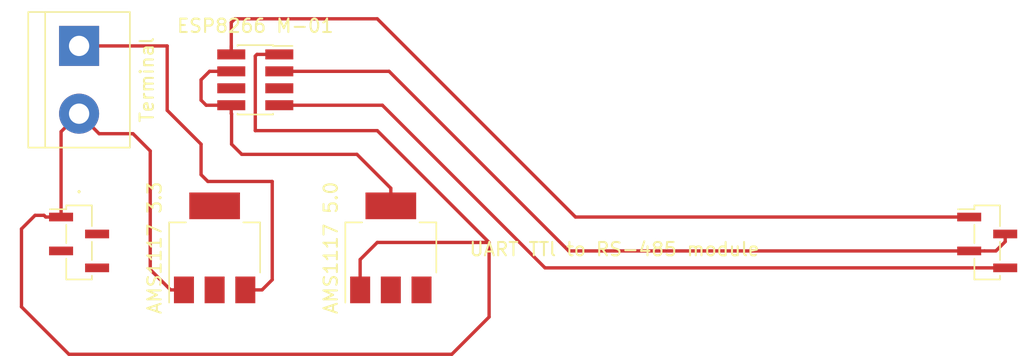
<source format=kicad_pcb>
(kicad_pcb (version 20171130) (host pcbnew "(5.1.4)-1")

  (general
    (thickness 1.6)
    (drawings 0)
    (tracks 62)
    (zones 0)
    (modules 6)
    (nets 1)
  )

  (page A4)
  (layers
    (0 F.Cu signal)
    (31 B.Cu signal)
    (32 B.Adhes user)
    (33 F.Adhes user)
    (34 B.Paste user)
    (35 F.Paste user)
    (36 B.SilkS user)
    (37 F.SilkS user)
    (38 B.Mask user)
    (39 F.Mask user)
    (40 Dwgs.User user)
    (41 Cmts.User user)
    (42 Eco1.User user)
    (43 Eco2.User user)
    (44 Edge.Cuts user)
    (45 Margin user)
    (46 B.CrtYd user)
    (47 F.CrtYd user)
    (48 B.Fab user)
    (49 F.Fab user)
  )

  (setup
    (last_trace_width 0.25)
    (trace_clearance 0.2)
    (zone_clearance 0.508)
    (zone_45_only no)
    (trace_min 0.2)
    (via_size 0.8)
    (via_drill 0.4)
    (via_min_size 0.4)
    (via_min_drill 0.3)
    (uvia_size 0.3)
    (uvia_drill 0.1)
    (uvias_allowed no)
    (uvia_min_size 0.2)
    (uvia_min_drill 0.1)
    (edge_width 0.05)
    (segment_width 0.2)
    (pcb_text_width 0.3)
    (pcb_text_size 1.5 1.5)
    (mod_edge_width 0.12)
    (mod_text_size 1 1)
    (mod_text_width 0.15)
    (pad_size 1.524 1.524)
    (pad_drill 0.762)
    (pad_to_mask_clearance 0.051)
    (solder_mask_min_width 0.25)
    (aux_axis_origin 0 0)
    (visible_elements FFFFFF7F)
    (pcbplotparams
      (layerselection 0x010fc_ffffffff)
      (usegerberextensions false)
      (usegerberattributes false)
      (usegerberadvancedattributes false)
      (creategerberjobfile false)
      (excludeedgelayer true)
      (linewidth 0.100000)
      (plotframeref false)
      (viasonmask false)
      (mode 1)
      (useauxorigin false)
      (hpglpennumber 1)
      (hpglpenspeed 20)
      (hpglpendiameter 15.000000)
      (psnegative false)
      (psa4output false)
      (plotreference true)
      (plotvalue true)
      (plotinvisibletext false)
      (padsonsilk false)
      (subtractmaskfromsilk false)
      (outputformat 1)
      (mirror false)
      (drillshape 1)
      (scaleselection 1)
      (outputdirectory ""))
  )

  (net 0 "")

  (net_class Default "Это класс цепей по умолчанию."
    (clearance 0.2)
    (trace_width 0.25)
    (via_dia 0.8)
    (via_drill 0.4)
    (uvia_dia 0.3)
    (uvia_drill 0.1)
  )

  (module Connector_PinSocket_1.27mm:PinSocket_1x04_P1.27mm_Vertical_SMD_Pin1Left (layer F.Cu) (tedit 5A19A433) (tstamp 5E13D2F3)
    (at 86.36 30.48)
    (descr "surface-mounted straight socket strip, 1x04, 1.27mm pitch, single row, style 1 (pin 1 left) (https://gct.co/pdfjs/web/viewer.html?file=/Files/Drawings/BD075.pdf&t=1511594726925), script generated")
    (tags "Surface mounted socket strip SMD 1x04 1.27mm single row style1 pin1 left")
    (attr smd)
    (fp_text reference "UART TTl to RS-485 module" (at -27.94 0.508) (layer F.SilkS)
      (effects (font (size 1 1) (thickness 0.15)))
    )
    (fp_text value . (at 0 4.215) (layer F.Fab)
      (effects (font (size 1 1) (thickness 0.15)))
    )
    (fp_line (start -0.96 -2.775) (end 0.96 -2.775) (layer F.SilkS) (width 0.12))
    (fp_line (start 0.96 -2.775) (end 0.96 -1.22) (layer F.SilkS) (width 0.12))
    (fp_line (start 0.96 -0.05) (end 0.96 1.32) (layer F.SilkS) (width 0.12))
    (fp_line (start 0.96 2.49) (end 0.96 2.775) (layer F.SilkS) (width 0.12))
    (fp_line (start -0.96 2.775) (end 0.96 2.775) (layer F.SilkS) (width 0.12))
    (fp_line (start -0.96 -2.775) (end -0.96 -2.49) (layer F.SilkS) (width 0.12))
    (fp_line (start -0.96 -1.32) (end -0.96 0.05) (layer F.SilkS) (width 0.12))
    (fp_line (start -0.96 1.22) (end -0.96 2.775) (layer F.SilkS) (width 0.12))
    (fp_line (start -2.19 -2.49) (end -0.96 -2.49) (layer F.SilkS) (width 0.12))
    (fp_line (start -0.45 -2.715) (end 0.9 -2.715) (layer F.Fab) (width 0.1))
    (fp_line (start 0.9 -2.715) (end 0.9 2.715) (layer F.Fab) (width 0.1))
    (fp_line (start 0.9 2.715) (end -0.9 2.715) (layer F.Fab) (width 0.1))
    (fp_line (start -0.9 2.715) (end -0.9 -2.265) (layer F.Fab) (width 0.1))
    (fp_line (start -0.9 -2.265) (end -0.45 -2.715) (layer F.Fab) (width 0.1))
    (fp_line (start -1.75 -2.115) (end -0.9 -2.115) (layer F.Fab) (width 0.1))
    (fp_line (start -0.9 -1.695) (end -1.75 -1.695) (layer F.Fab) (width 0.1))
    (fp_line (start -1.75 -1.695) (end -1.75 -2.115) (layer F.Fab) (width 0.1))
    (fp_line (start 0.9 -0.845) (end 1.75 -0.845) (layer F.Fab) (width 0.1))
    (fp_line (start 1.75 -0.845) (end 1.75 -0.425) (layer F.Fab) (width 0.1))
    (fp_line (start 1.75 -0.425) (end 0.9 -0.425) (layer F.Fab) (width 0.1))
    (fp_line (start -1.75 0.425) (end -0.9 0.425) (layer F.Fab) (width 0.1))
    (fp_line (start -0.9 0.845) (end -1.75 0.845) (layer F.Fab) (width 0.1))
    (fp_line (start -1.75 0.845) (end -1.75 0.425) (layer F.Fab) (width 0.1))
    (fp_line (start 0.9 1.695) (end 1.75 1.695) (layer F.Fab) (width 0.1))
    (fp_line (start 1.75 1.695) (end 1.75 2.115) (layer F.Fab) (width 0.1))
    (fp_line (start 1.75 2.115) (end 0.9 2.115) (layer F.Fab) (width 0.1))
    (fp_line (start -2.75 -3.25) (end 2.75 -3.25) (layer F.CrtYd) (width 0.05))
    (fp_line (start 2.75 -3.25) (end 2.75 3.2) (layer F.CrtYd) (width 0.05))
    (fp_line (start 2.75 3.2) (end -2.75 3.2) (layer F.CrtYd) (width 0.05))
    (fp_line (start -2.75 3.2) (end -2.75 -3.25) (layer F.CrtYd) (width 0.05))
    (fp_text user . (at 0 0 90) (layer F.Fab)
      (effects (font (size 1 1) (thickness 0.15)))
    )
    (pad 1 smd rect (at -1.35 -1.905) (size 1.8 0.65) (layers F.Cu F.Paste F.Mask))
    (pad 3 smd rect (at -1.35 0.635) (size 1.8 0.65) (layers F.Cu F.Paste F.Mask))
    (pad 2 smd rect (at 1.35 -0.635) (size 1.8 0.65) (layers F.Cu F.Paste F.Mask))
    (pad 4 smd rect (at 1.35 1.905) (size 1.8 0.65) (layers F.Cu F.Paste F.Mask))
    (model ${KISYS3DMOD}/Connector_PinSocket_1.27mm.3dshapes/PinSocket_1x04_P1.27mm_Vertical_SMD_Pin1Left.wrl
      (at (xyz 0 0 0))
      (scale (xyz 1 1 1))
      (rotate (xyz 0 0 0))
    )
  )

  (module TerminalBlock:TerminalBlock_bornier-2_P5.08mm (layer F.Cu) (tedit 59FF03AB) (tstamp 5E13C851)
    (at 18.288 15.748 270)
    (descr "simple 2-pin terminal block, pitch 5.08mm, revamped version of bornier2")
    (tags "terminal block bornier2")
    (fp_text reference Terminal (at 2.54 -5.08 90) (layer F.SilkS)
      (effects (font (size 1 1) (thickness 0.15)))
    )
    (fp_text value . (at 2.54 5.08 90) (layer F.Fab)
      (effects (font (size 1 1) (thickness 0.15)))
    )
    (fp_line (start 7.79 4) (end -2.71 4) (layer F.CrtYd) (width 0.05))
    (fp_line (start 7.79 4) (end 7.79 -4) (layer F.CrtYd) (width 0.05))
    (fp_line (start -2.71 -4) (end -2.71 4) (layer F.CrtYd) (width 0.05))
    (fp_line (start -2.71 -4) (end 7.79 -4) (layer F.CrtYd) (width 0.05))
    (fp_line (start -2.54 3.81) (end 7.62 3.81) (layer F.SilkS) (width 0.12))
    (fp_line (start -2.54 -3.81) (end -2.54 3.81) (layer F.SilkS) (width 0.12))
    (fp_line (start 7.62 -3.81) (end -2.54 -3.81) (layer F.SilkS) (width 0.12))
    (fp_line (start 7.62 3.81) (end 7.62 -3.81) (layer F.SilkS) (width 0.12))
    (fp_line (start 7.62 2.54) (end -2.54 2.54) (layer F.SilkS) (width 0.12))
    (fp_line (start 7.54 -3.75) (end -2.46 -3.75) (layer F.Fab) (width 0.1))
    (fp_line (start 7.54 3.75) (end 7.54 -3.75) (layer F.Fab) (width 0.1))
    (fp_line (start -2.46 3.75) (end 7.54 3.75) (layer F.Fab) (width 0.1))
    (fp_line (start -2.46 -3.75) (end -2.46 3.75) (layer F.Fab) (width 0.1))
    (fp_line (start -2.41 2.55) (end 7.49 2.55) (layer F.Fab) (width 0.1))
    (fp_text user %R (at 2.54 0 90) (layer F.Fab)
      (effects (font (size 1 1) (thickness 0.15)))
    )
    (pad 2 thru_hole circle (at 5.08 0 270) (size 3 3) (drill 1.52) (layers *.Cu *.Mask))
    (pad 1 thru_hole rect (at 0 0 270) (size 3 3) (drill 1.52) (layers *.Cu *.Mask))
    (model ${KISYS3DMOD}/TerminalBlock.3dshapes/TerminalBlock_bornier-2_P5.08mm.wrl
      (offset (xyz 2.539999961853027 0 0))
      (scale (xyz 1 1 1))
      (rotate (xyz 0 0 0))
    )
  )

  (module Connector_PinSocket_1.27mm:PinSocket_1x04_P1.27mm_Vertical_SMD_Pin1Left (layer F.Cu) (tedit 5A19A433) (tstamp 5E13C132)
    (at 18.288 30.48)
    (descr "surface-mounted straight socket strip, 1x04, 1.27mm pitch, single row, style 1 (pin 1 left) (https://gct.co/pdfjs/web/viewer.html?file=/Files/Drawings/BD075.pdf&t=1511594726925), script generated")
    (tags "Surface mounted socket strip SMD 1x04 1.27mm single row style1 pin1 left")
    (attr smd)
    (fp_text reference . (at 0 -4.215) (layer F.SilkS)
      (effects (font (size 1 1) (thickness 0.15)))
    )
    (fp_text value . (at 0 4.215) (layer F.Fab)
      (effects (font (size 1 1) (thickness 0.15)))
    )
    (fp_text user %R (at 0 0 90) (layer F.Fab)
      (effects (font (size 1 1) (thickness 0.15)))
    )
    (fp_line (start -2.75 3.2) (end -2.75 -3.25) (layer F.CrtYd) (width 0.05))
    (fp_line (start 2.75 3.2) (end -2.75 3.2) (layer F.CrtYd) (width 0.05))
    (fp_line (start 2.75 -3.25) (end 2.75 3.2) (layer F.CrtYd) (width 0.05))
    (fp_line (start -2.75 -3.25) (end 2.75 -3.25) (layer F.CrtYd) (width 0.05))
    (fp_line (start 1.75 2.115) (end 0.9 2.115) (layer F.Fab) (width 0.1))
    (fp_line (start 1.75 1.695) (end 1.75 2.115) (layer F.Fab) (width 0.1))
    (fp_line (start 0.9 1.695) (end 1.75 1.695) (layer F.Fab) (width 0.1))
    (fp_line (start -1.75 0.845) (end -1.75 0.425) (layer F.Fab) (width 0.1))
    (fp_line (start -0.9 0.845) (end -1.75 0.845) (layer F.Fab) (width 0.1))
    (fp_line (start -1.75 0.425) (end -0.9 0.425) (layer F.Fab) (width 0.1))
    (fp_line (start 1.75 -0.425) (end 0.9 -0.425) (layer F.Fab) (width 0.1))
    (fp_line (start 1.75 -0.845) (end 1.75 -0.425) (layer F.Fab) (width 0.1))
    (fp_line (start 0.9 -0.845) (end 1.75 -0.845) (layer F.Fab) (width 0.1))
    (fp_line (start -1.75 -1.695) (end -1.75 -2.115) (layer F.Fab) (width 0.1))
    (fp_line (start -0.9 -1.695) (end -1.75 -1.695) (layer F.Fab) (width 0.1))
    (fp_line (start -1.75 -2.115) (end -0.9 -2.115) (layer F.Fab) (width 0.1))
    (fp_line (start -0.9 -2.265) (end -0.45 -2.715) (layer F.Fab) (width 0.1))
    (fp_line (start -0.9 2.715) (end -0.9 -2.265) (layer F.Fab) (width 0.1))
    (fp_line (start 0.9 2.715) (end -0.9 2.715) (layer F.Fab) (width 0.1))
    (fp_line (start 0.9 -2.715) (end 0.9 2.715) (layer F.Fab) (width 0.1))
    (fp_line (start -0.45 -2.715) (end 0.9 -2.715) (layer F.Fab) (width 0.1))
    (fp_line (start -2.19 -2.49) (end -0.96 -2.49) (layer F.SilkS) (width 0.12))
    (fp_line (start -0.96 1.22) (end -0.96 2.775) (layer F.SilkS) (width 0.12))
    (fp_line (start -0.96 -1.32) (end -0.96 0.05) (layer F.SilkS) (width 0.12))
    (fp_line (start -0.96 -2.775) (end -0.96 -2.49) (layer F.SilkS) (width 0.12))
    (fp_line (start -0.96 2.775) (end 0.96 2.775) (layer F.SilkS) (width 0.12))
    (fp_line (start 0.96 2.49) (end 0.96 2.775) (layer F.SilkS) (width 0.12))
    (fp_line (start 0.96 -0.05) (end 0.96 1.32) (layer F.SilkS) (width 0.12))
    (fp_line (start 0.96 -2.775) (end 0.96 -1.22) (layer F.SilkS) (width 0.12))
    (fp_line (start -0.96 -2.775) (end 0.96 -2.775) (layer F.SilkS) (width 0.12))
    (pad 4 smd rect (at 1.35 1.905) (size 1.8 0.65) (layers F.Cu F.Paste F.Mask))
    (pad 2 smd rect (at 1.35 -0.635) (size 1.8 0.65) (layers F.Cu F.Paste F.Mask))
    (pad 3 smd rect (at -1.35 0.635) (size 1.8 0.65) (layers F.Cu F.Paste F.Mask))
    (pad 1 smd rect (at -1.35 -1.905) (size 1.8 0.65) (layers F.Cu F.Paste F.Mask))
    (model ${KISYS3DMOD}/Connector_PinSocket_1.27mm.3dshapes/PinSocket_1x04_P1.27mm_Vertical_SMD_Pin1Left.wrl
      (at (xyz 0 0 0))
      (scale (xyz 1 1 1))
      (rotate (xyz 0 0 0))
    )
  )

  (module Connector_PinSocket_1.27mm:PinSocket_2x04_P1.27mm_Vertical_SMD (layer F.Cu) (tedit 5A19A41C) (tstamp 5E13BD5D)
    (at 31.496 18.288)
    (descr "surface-mounted straight socket strip, 2x04, 1.27mm pitch, double cols (from Kicad 4.0.7!), script generated")
    (tags "Surface mounted socket strip SMD 2x04 1.27mm double row")
    (attr smd)
    (fp_text reference "ESP8266 M-01" (at 0 -4.04) (layer F.SilkS)
      (effects (font (size 1 1) (thickness 0.15)))
    )
    (fp_text value . (at 0 4.04) (layer F.Fab)
      (effects (font (size 1 1) (thickness 0.15)))
    )
    (fp_text user %R (at 0 0 90) (layer F.Fab)
      (effects (font (size 1 1) (thickness 0.15)))
    )
    (fp_line (start -3.35 3.05) (end -3.35 -3.05) (layer F.CrtYd) (width 0.05))
    (fp_line (start 3.35 3.05) (end -3.35 3.05) (layer F.CrtYd) (width 0.05))
    (fp_line (start 3.35 -3.05) (end 3.35 3.05) (layer F.CrtYd) (width 0.05))
    (fp_line (start -3.35 -3.05) (end 3.35 -3.05) (layer F.CrtYd) (width 0.05))
    (fp_line (start 2.555 2.105) (end 1.27 2.105) (layer F.Fab) (width 0.1))
    (fp_line (start 2.555 1.705) (end 2.555 2.105) (layer F.Fab) (width 0.1))
    (fp_line (start 1.27 1.705) (end 2.555 1.705) (layer F.Fab) (width 0.1))
    (fp_line (start -2.555 2.105) (end -2.555 1.705) (layer F.Fab) (width 0.1))
    (fp_line (start -1.27 2.105) (end -2.555 2.105) (layer F.Fab) (width 0.1))
    (fp_line (start -2.555 1.705) (end -1.27 1.705) (layer F.Fab) (width 0.1))
    (fp_line (start 2.555 0.835) (end 1.27 0.835) (layer F.Fab) (width 0.1))
    (fp_line (start 2.555 0.435) (end 2.555 0.835) (layer F.Fab) (width 0.1))
    (fp_line (start 1.27 0.435) (end 2.555 0.435) (layer F.Fab) (width 0.1))
    (fp_line (start -2.555 0.835) (end -2.555 0.435) (layer F.Fab) (width 0.1))
    (fp_line (start -1.27 0.835) (end -2.555 0.835) (layer F.Fab) (width 0.1))
    (fp_line (start -2.555 0.435) (end -1.27 0.435) (layer F.Fab) (width 0.1))
    (fp_line (start 2.555 -0.435) (end 1.27 -0.435) (layer F.Fab) (width 0.1))
    (fp_line (start 2.555 -0.835) (end 2.555 -0.435) (layer F.Fab) (width 0.1))
    (fp_line (start 1.27 -0.835) (end 2.555 -0.835) (layer F.Fab) (width 0.1))
    (fp_line (start -2.555 -0.435) (end -2.555 -0.835) (layer F.Fab) (width 0.1))
    (fp_line (start -1.27 -0.435) (end -2.555 -0.435) (layer F.Fab) (width 0.1))
    (fp_line (start -2.555 -0.835) (end -1.27 -0.835) (layer F.Fab) (width 0.1))
    (fp_line (start 2.555 -1.705) (end 1.27 -1.705) (layer F.Fab) (width 0.1))
    (fp_line (start 2.555 -2.105) (end 2.555 -1.705) (layer F.Fab) (width 0.1))
    (fp_line (start 1.27 -2.105) (end 2.555 -2.105) (layer F.Fab) (width 0.1))
    (fp_line (start -2.555 -1.705) (end -2.555 -2.105) (layer F.Fab) (width 0.1))
    (fp_line (start -1.27 -1.705) (end -2.555 -1.705) (layer F.Fab) (width 0.1))
    (fp_line (start -2.555 -2.105) (end -1.27 -2.105) (layer F.Fab) (width 0.1))
    (fp_line (start -1.27 2.54) (end -1.27 -2.54) (layer F.Fab) (width 0.1))
    (fp_line (start 1.27 2.54) (end -1.27 2.54) (layer F.Fab) (width 0.1))
    (fp_line (start 1.27 -1.905) (end 1.27 2.54) (layer F.Fab) (width 0.1))
    (fp_line (start 0.635 -2.54) (end 1.27 -1.905) (layer F.Fab) (width 0.1))
    (fp_line (start -1.27 -2.54) (end 0.635 -2.54) (layer F.Fab) (width 0.1))
    (fp_line (start 1.33 -2.54) (end 2.79 -2.54) (layer F.SilkS) (width 0.12))
    (fp_line (start -1.33 2.54) (end -1.33 2.6) (layer F.SilkS) (width 0.12))
    (fp_line (start -1.33 -2.6) (end -1.33 -2.54) (layer F.SilkS) (width 0.12))
    (fp_line (start -1.33 2.6) (end 1.33 2.6) (layer F.SilkS) (width 0.12))
    (fp_line (start 1.33 2.54) (end 1.33 2.6) (layer F.SilkS) (width 0.12))
    (fp_line (start 1.33 -2.6) (end 1.33 -2.54) (layer F.SilkS) (width 0.12))
    (fp_line (start -1.33 -2.6) (end 1.33 -2.6) (layer F.SilkS) (width 0.12))
    (pad 8 smd rect (at -1.8 1.905) (size 2.1 0.75) (layers F.Cu F.Paste F.Mask))
    (pad 7 smd rect (at 1.8 1.905) (size 2.1 0.75) (layers F.Cu F.Paste F.Mask))
    (pad 6 smd rect (at -1.8 0.635) (size 2.1 0.75) (layers F.Cu F.Paste F.Mask))
    (pad 5 smd rect (at 1.8 0.635) (size 2.1 0.75) (layers F.Cu F.Paste F.Mask))
    (pad 4 smd rect (at -1.8 -0.635) (size 2.1 0.75) (layers F.Cu F.Paste F.Mask))
    (pad 3 smd rect (at 1.8 -0.635) (size 2.1 0.75) (layers F.Cu F.Paste F.Mask))
    (pad 2 smd rect (at -1.8 -1.905) (size 2.1 0.75) (layers F.Cu F.Paste F.Mask))
    (pad 1 smd rect (at 1.8 -1.905) (size 2.1 0.75) (layers F.Cu F.Paste F.Mask))
    (model ${KISYS3DMOD}/Connector_PinSocket_1.27mm.3dshapes/PinSocket_2x04_P1.27mm_Vertical_SMD.wrl
      (at (xyz 0 0 0))
      (scale (xyz 1 1 1))
      (rotate (xyz 0 0 0))
    )
  )

  (module Package_TO_SOT_SMD:SOT-223 (layer F.Cu) (tedit 5A02FF57) (tstamp 5E1382CF)
    (at 41.656 30.886 90)
    (descr "module CMS SOT223 4 pins")
    (tags "CMS SOT")
    (attr smd)
    (fp_text reference "AMS1117 5.0" (at 0 -4.5 90) (layer F.SilkS)
      (effects (font (size 1 1) (thickness 0.15)))
    )
    (fp_text value SOT-223 (at 0 4.5 90) (layer F.Fab)
      (effects (font (size 1 1) (thickness 0.15)))
    )
    (fp_text user %R (at 0 0) (layer F.Fab)
      (effects (font (size 0.8 0.8) (thickness 0.12)))
    )
    (fp_line (start -1.85 -2.3) (end -0.8 -3.35) (layer F.Fab) (width 0.1))
    (fp_line (start 1.91 3.41) (end 1.91 2.15) (layer F.SilkS) (width 0.12))
    (fp_line (start 1.91 -3.41) (end 1.91 -2.15) (layer F.SilkS) (width 0.12))
    (fp_line (start 4.4 -3.6) (end -4.4 -3.6) (layer F.CrtYd) (width 0.05))
    (fp_line (start 4.4 3.6) (end 4.4 -3.6) (layer F.CrtYd) (width 0.05))
    (fp_line (start -4.4 3.6) (end 4.4 3.6) (layer F.CrtYd) (width 0.05))
    (fp_line (start -4.4 -3.6) (end -4.4 3.6) (layer F.CrtYd) (width 0.05))
    (fp_line (start -1.85 -2.3) (end -1.85 3.35) (layer F.Fab) (width 0.1))
    (fp_line (start -1.85 3.41) (end 1.91 3.41) (layer F.SilkS) (width 0.12))
    (fp_line (start -0.8 -3.35) (end 1.85 -3.35) (layer F.Fab) (width 0.1))
    (fp_line (start -4.1 -3.41) (end 1.91 -3.41) (layer F.SilkS) (width 0.12))
    (fp_line (start -1.85 3.35) (end 1.85 3.35) (layer F.Fab) (width 0.1))
    (fp_line (start 1.85 -3.35) (end 1.85 3.35) (layer F.Fab) (width 0.1))
    (pad 4 smd rect (at 3.15 0 90) (size 2 3.8) (layers F.Cu F.Paste F.Mask))
    (pad 2 smd rect (at -3.15 0 90) (size 2 1.5) (layers F.Cu F.Paste F.Mask))
    (pad 3 smd rect (at -3.15 2.3 90) (size 2 1.5) (layers F.Cu F.Paste F.Mask))
    (pad 1 smd rect (at -3.15 -2.3 90) (size 2 1.5) (layers F.Cu F.Paste F.Mask))
    (model ${KISYS3DMOD}/Package_TO_SOT_SMD.3dshapes/SOT-223.wrl
      (at (xyz 0 0 0))
      (scale (xyz 1 1 1))
      (rotate (xyz 0 0 0))
    )
  )

  (module Package_TO_SOT_SMD:SOT-223 (layer F.Cu) (tedit 5A02FF57) (tstamp 5E138223)
    (at 28.448 30.886 90)
    (descr "module CMS SOT223 4 pins")
    (tags "CMS SOT")
    (attr smd)
    (fp_text reference "AMS1117 3.3" (at 0 -4.5 90) (layer F.SilkS)
      (effects (font (size 1 1) (thickness 0.15)))
    )
    (fp_text value SOT-223 (at 0 4.5 90) (layer F.Fab)
      (effects (font (size 1 1) (thickness 0.15)))
    )
    (fp_line (start 1.85 -3.35) (end 1.85 3.35) (layer F.Fab) (width 0.1))
    (fp_line (start -1.85 3.35) (end 1.85 3.35) (layer F.Fab) (width 0.1))
    (fp_line (start -4.1 -3.41) (end 1.91 -3.41) (layer F.SilkS) (width 0.12))
    (fp_line (start -0.8 -3.35) (end 1.85 -3.35) (layer F.Fab) (width 0.1))
    (fp_line (start -1.85 3.41) (end 1.91 3.41) (layer F.SilkS) (width 0.12))
    (fp_line (start -1.85 -2.3) (end -1.85 3.35) (layer F.Fab) (width 0.1))
    (fp_line (start -4.4 -3.6) (end -4.4 3.6) (layer F.CrtYd) (width 0.05))
    (fp_line (start -4.4 3.6) (end 4.4 3.6) (layer F.CrtYd) (width 0.05))
    (fp_line (start 4.4 3.6) (end 4.4 -3.6) (layer F.CrtYd) (width 0.05))
    (fp_line (start 4.4 -3.6) (end -4.4 -3.6) (layer F.CrtYd) (width 0.05))
    (fp_line (start 1.91 -3.41) (end 1.91 -2.15) (layer F.SilkS) (width 0.12))
    (fp_line (start 1.91 3.41) (end 1.91 2.15) (layer F.SilkS) (width 0.12))
    (fp_line (start -1.85 -2.3) (end -0.8 -3.35) (layer F.Fab) (width 0.1))
    (fp_text user %R (at 0 0) (layer F.Fab)
      (effects (font (size 0.8 0.8) (thickness 0.12)))
    )
    (pad 1 smd rect (at -3.15 -2.3 90) (size 2 1.5) (layers F.Cu F.Paste F.Mask))
    (pad 3 smd rect (at -3.15 2.3 90) (size 2 1.5) (layers F.Cu F.Paste F.Mask))
    (pad 2 smd rect (at -3.15 0 90) (size 2 1.5) (layers F.Cu F.Paste F.Mask))
    (pad 4 smd rect (at 3.15 0 90) (size 2 3.8) (layers F.Cu F.Paste F.Mask))
    (model ${KISYS3DMOD}/Package_TO_SOT_SMD.3dshapes/SOT-223.wrl
      (at (xyz 0 0 0))
      (scale (xyz 1 1 1))
      (rotate (xyz 0 0 0))
    )
  )

  (segment (start 29.696 16.383) (end 29.696 15.758) (width 0.25) (layer F.Cu) (net 0))
  (segment (start 33.296 17.653) (end 41.529 17.653) (width 0.25) (layer F.Cu) (net 0))
  (segment (start 54.991 31.115) (end 85.01 31.115) (width 0.25) (layer F.Cu) (net 0))
  (segment (start 41.529 17.653) (end 54.991 31.115) (width 0.25) (layer F.Cu) (net 0))
  (segment (start 86.16 31.115) (end 85.01 31.115) (width 0.25) (layer F.Cu) (net 0))
  (segment (start 87.015 31.115) (end 86.16 31.115) (width 0.25) (layer F.Cu) (net 0))
  (segment (start 87.71 30.42) (end 87.015 31.115) (width 0.25) (layer F.Cu) (net 0))
  (segment (start 87.71 29.845) (end 87.71 30.42) (width 0.25) (layer F.Cu) (net 0))
  (segment (start 33.296 20.193) (end 41.021 20.193) (width 0.25) (layer F.Cu) (net 0))
  (segment (start 53.213 32.385) (end 87.71 32.385) (width 0.25) (layer F.Cu) (net 0))
  (segment (start 41.021 20.193) (end 53.213 32.385) (width 0.25) (layer F.Cu) (net 0))
  (segment (start 29.696 13.992) (end 29.696 16.383) (width 0.25) (layer F.Cu) (net 0))
  (segment (start 29.972 13.716) (end 29.696 13.992) (width 0.25) (layer F.Cu) (net 0))
  (segment (start 40.64 13.716) (end 29.972 13.716) (width 0.25) (layer F.Cu) (net 0))
  (segment (start 85.01 28.575) (end 55.499 28.575) (width 0.25) (layer F.Cu) (net 0))
  (segment (start 55.499 28.575) (end 40.64 13.716) (width 0.25) (layer F.Cu) (net 0))
  (segment (start 27.813 20.193) (end 29.696 20.193) (width 0.25) (layer F.Cu) (net 0))
  (segment (start 27.432 19.812) (end 27.813 20.193) (width 0.25) (layer F.Cu) (net 0))
  (segment (start 27.432 18.288) (end 27.432 19.812) (width 0.25) (layer F.Cu) (net 0))
  (segment (start 29.696 17.653) (end 28.067 17.653) (width 0.25) (layer F.Cu) (net 0))
  (segment (start 28.067 17.653) (end 27.432 18.288) (width 0.25) (layer F.Cu) (net 0))
  (segment (start 40.64 30.48) (end 39.356 31.764) (width 0.25) (layer F.Cu) (net 0))
  (segment (start 31.623 16.383) (end 31.496 16.51) (width 0.25) (layer F.Cu) (net 0))
  (segment (start 33.296 16.383) (end 31.623 16.383) (width 0.25) (layer F.Cu) (net 0))
  (segment (start 39.356 31.764) (end 39.356 34.036) (width 0.25) (layer F.Cu) (net 0))
  (segment (start 31.496 16.51) (end 31.496 22.098) (width 0.25) (layer F.Cu) (net 0))
  (segment (start 31.496 22.098) (end 40.64 22.098) (width 0.25) (layer F.Cu) (net 0))
  (segment (start 40.64 22.098) (end 49.022 30.48) (width 0.25) (layer F.Cu) (net 0))
  (segment (start 49.022 30.48) (end 40.64 30.48) (width 0.25) (layer F.Cu) (net 0))
  (segment (start 32.004 34.036) (end 30.748 34.036) (width 0.25) (layer F.Cu) (net 0))
  (segment (start 32.766 33.274) (end 32.004 34.036) (width 0.25) (layer F.Cu) (net 0))
  (segment (start 32.766 25.908) (end 32.766 33.274) (width 0.25) (layer F.Cu) (net 0))
  (segment (start 24.892 15.748) (end 24.892 20.574) (width 0.25) (layer F.Cu) (net 0))
  (segment (start 18.288 15.748) (end 24.892 15.748) (width 0.25) (layer F.Cu) (net 0))
  (segment (start 24.892 20.574) (end 27.432 23.114) (width 0.25) (layer F.Cu) (net 0))
  (segment (start 27.432 23.114) (end 27.432 25.4) (width 0.25) (layer F.Cu) (net 0))
  (segment (start 27.432 25.4) (end 27.94 25.908) (width 0.25) (layer F.Cu) (net 0))
  (segment (start 27.94 25.908) (end 32.766 25.908) (width 0.25) (layer F.Cu) (net 0))
  (segment (start 29.696 20.818) (end 29.718 20.84) (width 0.25) (layer F.Cu) (net 0))
  (segment (start 29.696 20.193) (end 29.696 20.818) (width 0.25) (layer F.Cu) (net 0))
  (segment (start 29.718 20.84) (end 29.718 23.114) (width 0.25) (layer F.Cu) (net 0))
  (segment (start 29.718 23.114) (end 30.48 23.876) (width 0.25) (layer F.Cu) (net 0))
  (segment (start 30.48 23.876) (end 39.116 23.876) (width 0.25) (layer F.Cu) (net 0))
  (segment (start 41.656 26.416) (end 41.656 27.736) (width 0.25) (layer F.Cu) (net 0))
  (segment (start 39.116 23.876) (end 41.656 26.416) (width 0.25) (layer F.Cu) (net 0))
  (segment (start 19.787999 22.327999) (end 22.327999 22.327999) (width 0.25) (layer F.Cu) (net 0))
  (segment (start 18.288 20.828) (end 19.787999 22.327999) (width 0.25) (layer F.Cu) (net 0))
  (segment (start 22.327999 22.327999) (end 23.622 23.622) (width 0.25) (layer F.Cu) (net 0))
  (segment (start 23.622 23.622) (end 23.622 32.512) (width 0.25) (layer F.Cu) (net 0))
  (segment (start 25.146 34.036) (end 26.148 34.036) (width 0.25) (layer F.Cu) (net 0))
  (segment (start 23.622 32.512) (end 25.146 34.036) (width 0.25) (layer F.Cu) (net 0))
  (segment (start 16.938 22.178) (end 18.288 20.828) (width 0.25) (layer F.Cu) (net 0))
  (segment (start 16.938 28.575) (end 16.938 22.178) (width 0.25) (layer F.Cu) (net 0))
  (segment (start 15.788 28.575) (end 15.661 28.448) (width 0.25) (layer F.Cu) (net 0))
  (segment (start 16.938 28.575) (end 15.788 28.575) (width 0.25) (layer F.Cu) (net 0))
  (segment (start 15.661 28.448) (end 14.986 28.448) (width 0.25) (layer F.Cu) (net 0))
  (segment (start 14.986 28.448) (end 13.97 29.464) (width 0.25) (layer F.Cu) (net 0))
  (segment (start 13.97 29.464) (end 13.97 35.306) (width 0.25) (layer F.Cu) (net 0))
  (segment (start 13.97 35.306) (end 17.526 38.862) (width 0.25) (layer F.Cu) (net 0))
  (segment (start 17.526 38.862) (end 46.228 38.862) (width 0.25) (layer F.Cu) (net 0))
  (segment (start 46.228 38.862) (end 49.022 36.068) (width 0.25) (layer F.Cu) (net 0))
  (segment (start 49.022 36.068) (end 49.022 30.48) (width 0.25) (layer F.Cu) (net 0))

)

</source>
